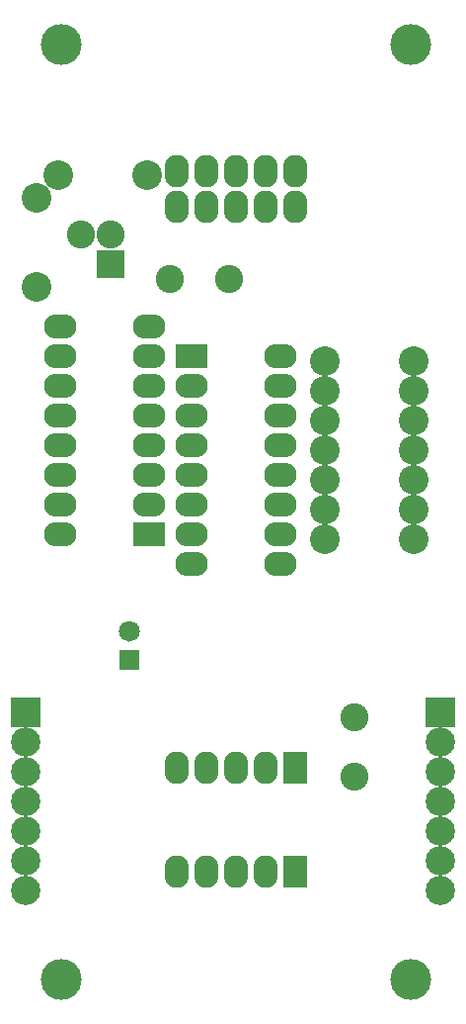
<source format=gts>
G04 #@! TF.FileFunction,Soldermask,Top*
%FSLAX46Y46*%
G04 Gerber Fmt 4.6, Leading zero omitted, Abs format (unit mm)*
G04 Created by KiCad (PCBNEW 4.0.4-stable) date 01/06/17 15:37:10*
%MOMM*%
%LPD*%
G01*
G04 APERTURE LIST*
%ADD10C,0.150000*%
%ADD11R,2.082800X2.794000*%
%ADD12O,2.082800X2.794000*%
%ADD13C,1.808000*%
%ADD14R,1.808000X1.808000*%
%ADD15C,2.413000*%
%ADD16R,2.506980X2.506980*%
%ADD17C,2.506980*%
%ADD18R,2.413000X2.413000*%
%ADD19C,2.540000*%
%ADD20R,2.794000X2.082800*%
%ADD21O,2.794000X2.082800*%
%ADD22C,3.508000*%
G04 APERTURE END LIST*
D10*
D11*
X25109000Y14210000D03*
D12*
X22569000Y14210000D03*
X20029000Y14210000D03*
X17489000Y14210000D03*
X14949000Y14210000D03*
X14949000Y74154000D03*
X17489000Y74154000D03*
X20029000Y74154000D03*
X22569000Y74154000D03*
X25109000Y74154000D03*
D11*
X25109000Y23100000D03*
D12*
X22569000Y23100000D03*
X20029000Y23100000D03*
X17489000Y23100000D03*
X14949000Y23100000D03*
X14949000Y71106000D03*
X17489000Y71106000D03*
X20029000Y71106000D03*
X22569000Y71106000D03*
X25109000Y71106000D03*
D13*
X10885000Y34790000D03*
D14*
X10885000Y32290000D03*
D15*
X14314000Y64883000D03*
X19394000Y64883000D03*
X30189000Y27418000D03*
X30189000Y22338000D03*
D16*
X1995000Y27845000D03*
D17*
X1995000Y25305000D03*
X1995000Y22765000D03*
X1995000Y20225000D03*
X1995000Y17685000D03*
X1995000Y15145000D03*
X1995000Y12605000D03*
D16*
X37555000Y27845000D03*
D17*
X37555000Y25305000D03*
X37555000Y22765000D03*
X37555000Y20225000D03*
X37555000Y17685000D03*
X37555000Y15145000D03*
X37555000Y12605000D03*
D18*
X9234000Y66153000D03*
D15*
X9234000Y68693000D03*
X6694000Y68693000D03*
D19*
X2884000Y64248000D03*
X2884000Y71868000D03*
X12409000Y73773000D03*
X4789000Y73773000D03*
X27649000Y57898000D03*
X35269000Y57898000D03*
X27649000Y55358000D03*
X35269000Y55358000D03*
X27649000Y52818000D03*
X35269000Y52818000D03*
X27649000Y50278000D03*
X35269000Y50278000D03*
X27649000Y47738000D03*
X35269000Y47738000D03*
X27649000Y45198000D03*
X35269000Y45198000D03*
X27649000Y42658000D03*
X35269000Y42658000D03*
D20*
X12536000Y43039000D03*
D21*
X12536000Y45579000D03*
X12536000Y48119000D03*
X12536000Y50659000D03*
X12536000Y53199000D03*
X12536000Y55739000D03*
X12536000Y58279000D03*
X12536000Y60819000D03*
X4916000Y60819000D03*
X4916000Y58279000D03*
X4916000Y55739000D03*
X4916000Y53199000D03*
X4916000Y50659000D03*
X4916000Y48119000D03*
X4916000Y45579000D03*
X4916000Y43039000D03*
D20*
X16219000Y58279000D03*
D21*
X16219000Y55739000D03*
X16219000Y53199000D03*
X16219000Y50659000D03*
X16219000Y48119000D03*
X16219000Y45579000D03*
X16219000Y43039000D03*
X16219000Y40499000D03*
X23839000Y40499000D03*
X23839000Y43039000D03*
X23839000Y45579000D03*
X23839000Y48119000D03*
X23839000Y50659000D03*
X23839000Y53199000D03*
X23839000Y55739000D03*
X23839000Y58279000D03*
D22*
X35000000Y85000000D03*
X5000000Y85000000D03*
X5000000Y5000000D03*
X35000000Y5000000D03*
M02*

</source>
